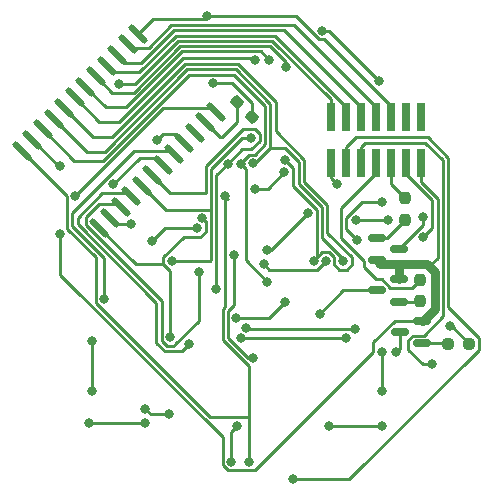
<source format=gbr>
%TF.GenerationSoftware,KiCad,Pcbnew,8.0.5*%
%TF.CreationDate,2025-04-26T14:04:23+02:00*%
%TF.ProjectId,vlvts_top,766c7674-735f-4746-9f70-2e6b69636164,rev?*%
%TF.SameCoordinates,Original*%
%TF.FileFunction,Copper,L1,Top*%
%TF.FilePolarity,Positive*%
%FSLAX46Y46*%
G04 Gerber Fmt 4.6, Leading zero omitted, Abs format (unit mm)*
G04 Created by KiCad (PCBNEW 8.0.5) date 2025-04-26 14:04:23*
%MOMM*%
%LPD*%
G01*
G04 APERTURE LIST*
G04 Aperture macros list*
%AMRoundRect*
0 Rectangle with rounded corners*
0 $1 Rounding radius*
0 $2 $3 $4 $5 $6 $7 $8 $9 X,Y pos of 4 corners*
0 Add a 4 corners polygon primitive as box body*
4,1,4,$2,$3,$4,$5,$6,$7,$8,$9,$2,$3,0*
0 Add four circle primitives for the rounded corners*
1,1,$1+$1,$2,$3*
1,1,$1+$1,$4,$5*
1,1,$1+$1,$6,$7*
1,1,$1+$1,$8,$9*
0 Add four rect primitives between the rounded corners*
20,1,$1+$1,$2,$3,$4,$5,0*
20,1,$1+$1,$4,$5,$6,$7,0*
20,1,$1+$1,$6,$7,$8,$9,0*
20,1,$1+$1,$8,$9,$2,$3,0*%
G04 Aperture macros list end*
%TA.AperFunction,SMDPad,CuDef*%
%ADD10RoundRect,0.237500X-0.237500X0.250000X-0.237500X-0.250000X0.237500X-0.250000X0.237500X0.250000X0*%
%TD*%
%TA.AperFunction,SMDPad,CuDef*%
%ADD11RoundRect,0.237500X0.344715X-0.008839X-0.008839X0.344715X-0.344715X0.008839X0.008839X-0.344715X0*%
%TD*%
%TA.AperFunction,SMDPad,CuDef*%
%ADD12RoundRect,0.150000X0.587500X0.150000X-0.587500X0.150000X-0.587500X-0.150000X0.587500X-0.150000X0*%
%TD*%
%TA.AperFunction,SMDPad,CuDef*%
%ADD13RoundRect,0.237500X0.250000X0.237500X-0.250000X0.237500X-0.250000X-0.237500X0.250000X-0.237500X0*%
%TD*%
%TA.AperFunction,SMDPad,CuDef*%
%ADD14RoundRect,0.137500X-0.707107X0.512652X0.512652X-0.707107X0.707107X-0.512652X-0.512652X0.707107X0*%
%TD*%
%TA.AperFunction,SMDPad,CuDef*%
%ADD15R,0.740000X2.400000*%
%TD*%
%TA.AperFunction,SMDPad,CuDef*%
%ADD16RoundRect,0.150000X-0.587500X-0.150000X0.587500X-0.150000X0.587500X0.150000X-0.587500X0.150000X0*%
%TD*%
%TA.AperFunction,ViaPad*%
%ADD17C,0.800000*%
%TD*%
%TA.AperFunction,Conductor*%
%ADD18C,0.250000*%
%TD*%
%TA.AperFunction,Conductor*%
%ADD19C,0.750000*%
%TD*%
G04 APERTURE END LIST*
D10*
%TO.P,R3,1*%
%TO.N,LEDg1*%
X94750000Y-101837500D03*
%TO.P,R3,2*%
%TO.N,Net-(Q1-G)*%
X94750000Y-103662500D03*
%TD*%
D11*
%TO.P,R2,1*%
%TO.N,GND*%
X80540470Y-88040470D03*
%TO.P,R2,2*%
%TO.N,Net-(U5-REXT)*%
X79250000Y-86750000D03*
%TD*%
D12*
%TO.P,Q3,1,G*%
%TO.N,Net-(Q3-G)*%
X94937500Y-107200000D03*
%TO.P,Q3,2,S*%
%TO.N,VEE*%
X94937500Y-105300000D03*
%TO.P,Q3,3,D*%
%TO.N,Net-(D32-A)*%
X93062500Y-106250000D03*
%TD*%
D10*
%TO.P,R4,1*%
%TO.N,LEDg2*%
X93500000Y-94925000D03*
%TO.P,R4,2*%
%TO.N,Net-(Q2-G)*%
X93500000Y-96750000D03*
%TD*%
D12*
%TO.P,Q1,1,G*%
%TO.N,Net-(Q1-G)*%
X92937500Y-103700000D03*
%TO.P,Q1,2,S*%
%TO.N,VEE*%
X92937500Y-101800000D03*
%TO.P,Q1,3,D*%
%TO.N,Net-(D0-A)*%
X91062500Y-102750000D03*
%TD*%
D13*
%TO.P,R5,1*%
%TO.N,LEDg3*%
X98912500Y-107250000D03*
%TO.P,R5,2*%
%TO.N,Net-(Q3-G)*%
X97087500Y-107250000D03*
%TD*%
D14*
%TO.P,U5,1,GND*%
%TO.N,GND*%
X70901094Y-81022813D03*
%TO.P,U5,2,SDI*%
%TO.N,LED_SDI*%
X70003069Y-81920838D03*
%TO.P,U5,3,CLK*%
%TO.N,LED_CLK*%
X69105043Y-82818864D03*
%TO.P,U5,4,LA/*%
%TO.N,LED_LA*%
X68207017Y-83716889D03*
%TO.P,U5,5,OUT0*%
%TO.N,Net-(D0-K)*%
X67308992Y-84614915D03*
%TO.P,U5,6,OUT1*%
%TO.N,Net-(D1-K)*%
X66410966Y-85512941D03*
%TO.P,U5,7,OUT2*%
%TO.N,Net-(D18-K)*%
X65512941Y-86410966D03*
%TO.P,U5,8,OUT3*%
%TO.N,Net-(D19-K)*%
X64614915Y-87308992D03*
%TO.P,U5,9,OUT4*%
%TO.N,Net-(D20-K)*%
X63716889Y-88207017D03*
%TO.P,U5,10,OUT5*%
%TO.N,Net-(D21-K)*%
X62818864Y-89105043D03*
%TO.P,U5,11,OUT6*%
%TO.N,Net-(D22-K)*%
X61920838Y-90003069D03*
%TO.P,U5,12,OUT7*%
%TO.N,Net-(D23-K)*%
X61022813Y-90901094D03*
%TO.P,U5,13,OUT8*%
%TO.N,Net-(D24-K)*%
X67598906Y-97477187D03*
%TO.P,U5,14,OUT9*%
%TO.N,Net-(D25-K)*%
X68496931Y-96579162D03*
%TO.P,U5,15,OUT10*%
%TO.N,Net-(D10-K)*%
X69394957Y-95681136D03*
%TO.P,U5,16,OUT11*%
%TO.N,Net-(D11-K)*%
X70292983Y-94783111D03*
%TO.P,U5,17,OUT12*%
%TO.N,Net-(D12-K)*%
X71191008Y-93885085D03*
%TO.P,U5,18,OUT13*%
%TO.N,Net-(D13-K)*%
X72089034Y-92987059D03*
%TO.P,U5,19,OUT14*%
%TO.N,Net-(D14-K)*%
X72987059Y-92089034D03*
%TO.P,U5,20,OUT15*%
%TO.N,Net-(D15-K)*%
X73885085Y-91191008D03*
%TO.P,U5,21,OE/*%
%TO.N,LED_OE*%
X74783111Y-90292983D03*
%TO.P,U5,22,SDO*%
%TO.N,unconnected-(U5-SDO-Pad22)*%
X75681136Y-89394957D03*
%TO.P,U5,23,REXT*%
%TO.N,Net-(U5-REXT)*%
X76579162Y-88496931D03*
%TO.P,U5,24,VDD*%
%TO.N,VEE*%
X77477187Y-87598906D03*
%TD*%
D15*
%TO.P,J2,1,Pin_1*%
%TO.N,BTN_L*%
X87190000Y-91950000D03*
%TO.P,J2,2,Pin_2*%
%TO.N,LED_OE*%
X87190000Y-88050000D03*
%TO.P,J2,3,Pin_3*%
%TO.N,BTN_C*%
X88460000Y-91950000D03*
%TO.P,J2,4,Pin_4*%
%TO.N,LED_LA*%
X88460000Y-88050000D03*
%TO.P,J2,5,Pin_5*%
%TO.N,BTN_R*%
X89730000Y-91950000D03*
%TO.P,J2,6,Pin_6*%
%TO.N,LED_CLK*%
X89730000Y-88050000D03*
%TO.P,J2,7,Pin_7*%
%TO.N,LEDg1*%
X91000000Y-91950000D03*
%TO.P,J2,8,Pin_8*%
%TO.N,LED_SDI*%
X91000000Y-88050000D03*
%TO.P,J2,9,Pin_9*%
%TO.N,LEDg2*%
X92270000Y-91950000D03*
%TO.P,J2,10,Pin_10*%
%TO.N,GND*%
X92270000Y-88050000D03*
%TO.P,J2,11,Pin_11*%
%TO.N,LEDg3*%
X93540000Y-91950000D03*
%TO.P,J2,12,Pin_12*%
%TO.N,VDD*%
X93540000Y-88050000D03*
%TO.P,J2,13,Pin_13*%
%TO.N,VEE*%
X94810000Y-91950000D03*
%TO.P,J2,14,Pin_14*%
%TO.N,GND*%
X94810000Y-88050000D03*
%TD*%
D16*
%TO.P,Q2,1,G*%
%TO.N,Net-(Q2-G)*%
X91062500Y-98300000D03*
%TO.P,Q2,2,S*%
%TO.N,VEE*%
X91062500Y-100200000D03*
%TO.P,Q2,3,D*%
%TO.N,Net-(D16-A)*%
X92937500Y-99250000D03*
%TD*%
D17*
%TO.N,Net-(D0-K)*%
X83430898Y-83819102D03*
X91250000Y-85000000D03*
X86487700Y-80762300D03*
%TO.N,Net-(D0-A)*%
X86250000Y-104750000D03*
%TO.N,Net-(D1-K)*%
X89328300Y-96772102D03*
X92024500Y-96750000D03*
X82000000Y-83250000D03*
%TO.N,Net-(D18-K)*%
X83272409Y-92700500D03*
X80750000Y-94149500D03*
X80762300Y-83237700D03*
X72078300Y-98599500D03*
X75849500Y-97500000D03*
%TO.N,Net-(D19-K)*%
X85750000Y-100250000D03*
X83349500Y-103750000D03*
X79200700Y-105100300D03*
X83274500Y-91700902D03*
%TO.N,Net-(D20-K)*%
X80578300Y-91977898D03*
X88250000Y-100250000D03*
%TO.N,Net-(D21-K)*%
X79581050Y-92044959D03*
X81824500Y-102000000D03*
%TO.N,Net-(D22-K)*%
X91500000Y-111250000D03*
X64275000Y-92225000D03*
X91500000Y-107924500D03*
%TO.N,Net-(D23-K)*%
X78250000Y-94750000D03*
X80250000Y-117250000D03*
%TO.N,Net-(D24-K)*%
X76325500Y-96621122D03*
X67000000Y-111250000D03*
X67000000Y-107000000D03*
X73602453Y-106699500D03*
%TO.N,Net-(D25-K)*%
X70250000Y-97150500D03*
%TO.N,Net-(D10-K)*%
X81500688Y-100505305D03*
X89425500Y-98472738D03*
X76000000Y-101150500D03*
X91500000Y-95275500D03*
X86750000Y-100250000D03*
%TO.N,Net-(D11-K)*%
X89250000Y-106000000D03*
X80025500Y-105920943D03*
X75175928Y-107274500D03*
%TO.N,Net-(D12-K)*%
X73750000Y-100250000D03*
X80449799Y-89800201D03*
%TO.N,Net-(D13-K)*%
X78500000Y-92000000D03*
X77500000Y-102599500D03*
%TO.N,Net-(D14-K)*%
X68750000Y-93750000D03*
%TO.N,Net-(D15-K)*%
X88500000Y-106750000D03*
X79550200Y-106800200D03*
X68000000Y-103500000D03*
%TO.N,Net-(D16-A)*%
X95000000Y-96500000D03*
%TO.N,Net-(D32-A)*%
X78750000Y-117250000D03*
X66750000Y-114000000D03*
X87000000Y-114250000D03*
X71500000Y-114000000D03*
X91500000Y-114250000D03*
X79250000Y-114250000D03*
X92750000Y-108000000D03*
%TO.N,BTN_L*%
X80574446Y-108461549D03*
X73500000Y-113250000D03*
X71500000Y-112750000D03*
X79005305Y-99749312D03*
X87750000Y-93750000D03*
X85273536Y-96194433D03*
X81752877Y-99349500D03*
%TO.N,LED_OE*%
X72487701Y-90012299D03*
X69250000Y-85275500D03*
%TO.N,BTN_C*%
X84000000Y-118750000D03*
%TO.N,BTN_R*%
X95750000Y-109000000D03*
%TO.N,GND*%
X76750000Y-79538200D03*
X77250000Y-85224500D03*
%TO.N,LEDg3*%
X95000000Y-98250000D03*
X97250000Y-105750000D03*
%TO.N,VEE*%
X65574500Y-94752476D03*
X64256395Y-98000500D03*
%TD*%
D18*
%TO.N,Net-(D0-K)*%
X87012300Y-80762300D02*
X86487700Y-80762300D01*
X83430898Y-83430898D02*
X83430898Y-83819102D01*
X83000000Y-83000000D02*
X83430898Y-83430898D01*
X74445900Y-82062700D02*
X70508600Y-86000000D01*
X82062700Y-82062700D02*
X74445900Y-82062700D01*
X70508600Y-86000000D02*
X68694077Y-86000000D01*
X68694077Y-86000000D02*
X67308992Y-84614915D01*
X83000000Y-83000000D02*
X82062700Y-82062700D01*
X91250000Y-85000000D02*
X87012300Y-80762300D01*
%TO.N,Net-(D0-A)*%
X88250000Y-102750000D02*
X86250000Y-104750000D01*
X91062500Y-102750000D02*
X88250000Y-102750000D01*
%TO.N,Net-(D1-K)*%
X69894996Y-87250000D02*
X68148025Y-87250000D01*
X91727898Y-96772102D02*
X91750000Y-96750000D01*
X89328300Y-96772102D02*
X91727898Y-96772102D01*
X91750000Y-96750000D02*
X92024500Y-96750000D01*
X68148025Y-87250000D02*
X66410966Y-85512941D01*
X81262700Y-82512700D02*
X74632296Y-82512700D01*
X81262700Y-82512700D02*
X82000000Y-83250000D01*
X74632296Y-82512700D02*
X69894996Y-87250000D01*
%TO.N,Net-(D18-K)*%
X72078300Y-98599500D02*
X73177800Y-97500000D01*
X83272409Y-92727591D02*
X81850500Y-94149500D01*
X67601975Y-88500000D02*
X65512941Y-86410966D01*
X83272409Y-92700500D02*
X83272409Y-92727591D01*
X73177800Y-97500000D02*
X75849500Y-97500000D01*
X69281392Y-88500000D02*
X67601975Y-88500000D01*
X74681392Y-83100000D02*
X69281392Y-88500000D01*
X80624600Y-83100000D02*
X74681392Y-83100000D01*
X80750000Y-94149500D02*
X81850500Y-94149500D01*
X80762300Y-83237700D02*
X80624600Y-83100000D01*
%TO.N,Net-(D19-K)*%
X87050305Y-99525000D02*
X87475000Y-99949695D01*
X84000000Y-93895592D02*
X86000000Y-95895592D01*
X88975000Y-100550305D02*
X88975000Y-99949695D01*
X79322792Y-83550000D02*
X74867788Y-83550000D01*
X84945402Y-93568202D02*
X84945402Y-91710103D01*
X79200700Y-105100300D02*
X81999200Y-105100300D01*
X68667788Y-89750000D02*
X67055923Y-89750000D01*
X81999200Y-105100300D02*
X83349500Y-103750000D01*
X86900000Y-97874695D02*
X86900000Y-95522800D01*
X86000000Y-100000000D02*
X85750000Y-100250000D01*
X85750000Y-100224695D02*
X86449695Y-99525000D01*
X87475000Y-100550305D02*
X87899695Y-100975000D01*
X86449695Y-99525000D02*
X87050305Y-99525000D01*
X82524799Y-89289500D02*
X82524799Y-86752007D01*
X88550305Y-100975000D02*
X88975000Y-100550305D01*
X87899695Y-100975000D02*
X88550305Y-100975000D01*
X85750000Y-100250000D02*
X85750000Y-100224695D01*
X86000000Y-95895592D02*
X86000000Y-100000000D01*
X86900000Y-95522800D02*
X84945402Y-93568202D01*
X88975000Y-99949695D02*
X86900000Y-97874695D01*
X82524799Y-86752007D02*
X79322792Y-83550000D01*
X67055923Y-89750000D02*
X64614915Y-87308992D01*
X83298116Y-91700902D02*
X84000000Y-92402786D01*
X74867788Y-83550000D02*
X68667788Y-89750000D01*
X84000000Y-92402786D02*
X84000000Y-93895592D01*
X83274500Y-91700902D02*
X83298116Y-91700902D01*
X87475000Y-99949695D02*
X87475000Y-100550305D01*
X84945402Y-91710103D02*
X82524799Y-89289500D01*
%TO.N,Net-(D20-K)*%
X84495402Y-93754598D02*
X84495402Y-91896499D01*
X86450000Y-98288299D02*
X88250000Y-100088299D01*
X82074799Y-90675201D02*
X80772102Y-91977898D01*
X80772102Y-91977898D02*
X80578300Y-91977898D01*
X86450000Y-98288299D02*
X86450000Y-95709196D01*
X75054184Y-84000000D02*
X79136396Y-84000000D01*
X88250000Y-100088299D02*
X88250000Y-100250000D01*
X68054184Y-91000000D02*
X75054184Y-84000000D01*
X84495402Y-91896499D02*
X83274104Y-90675201D01*
X66509872Y-91000000D02*
X68054184Y-91000000D01*
X83274104Y-90675201D02*
X82074799Y-90675201D01*
X82074799Y-86938403D02*
X82074799Y-90675201D01*
X79136396Y-84000000D02*
X82074799Y-86938403D01*
X86450000Y-95709196D02*
X84495402Y-93754598D01*
X63716889Y-88207017D02*
X66509872Y-91000000D01*
%TO.N,Net-(D21-K)*%
X79000000Y-84500000D02*
X81624799Y-87124799D01*
X80000000Y-100175500D02*
X81824500Y-102000000D01*
X80747102Y-91252898D02*
X80277995Y-91252898D01*
X79581050Y-91949843D02*
X79581050Y-92044959D01*
X80277995Y-91252898D02*
X79581050Y-91949843D01*
X80000000Y-92463909D02*
X80000000Y-99750000D01*
X67940580Y-91750000D02*
X75190580Y-84500000D01*
X62818864Y-89105043D02*
X65463821Y-91750000D01*
X65463821Y-91750000D02*
X67940580Y-91750000D01*
X75190580Y-84500000D02*
X79000000Y-84500000D01*
X81624799Y-90375201D02*
X80747102Y-91252898D01*
X81624799Y-87124799D02*
X81624799Y-90375201D01*
X79581050Y-92044959D02*
X80000000Y-92463909D01*
X80000000Y-99750000D02*
X80000000Y-100175500D01*
%TO.N,Net-(D22-K)*%
X64142769Y-92225000D02*
X64275000Y-92225000D01*
X91500000Y-108250000D02*
X91500000Y-107924500D01*
X61920838Y-90003069D02*
X64142769Y-92225000D01*
X91500000Y-111250000D02*
X91500000Y-108250000D01*
%TO.N,Net-(D23-K)*%
X64850000Y-94728281D02*
X64850000Y-97509188D01*
X80250000Y-109161702D02*
X80250000Y-113500000D01*
X61022813Y-90901094D02*
X64850000Y-94728281D01*
X80250000Y-117250000D02*
X80250000Y-113500000D01*
X78025700Y-106937401D02*
X80250000Y-109161702D01*
X67275000Y-103800305D02*
X76974695Y-113500000D01*
X67275000Y-99934188D02*
X67275000Y-103800305D01*
X64850000Y-97509188D02*
X67275000Y-99934188D01*
X78500000Y-95000000D02*
X78250000Y-94750000D01*
X78250000Y-104113604D02*
X78025700Y-104337904D01*
X78025700Y-104337904D02*
X78025700Y-106937401D01*
X78250000Y-94750000D02*
X78250000Y-104113604D01*
X76974695Y-113500000D02*
X80250000Y-113500000D01*
X78475700Y-95024300D02*
X78500000Y-95000000D01*
%TO.N,Net-(D24-K)*%
X73025000Y-99949695D02*
X73025000Y-100550305D01*
X76600000Y-96850000D02*
X76600000Y-97774805D01*
X76600000Y-97774805D02*
X76149805Y-98225000D01*
X67000000Y-108000000D02*
X67000000Y-107000000D01*
X73602453Y-101127758D02*
X73602453Y-106699500D01*
X74749695Y-98225000D02*
X73025000Y-99949695D01*
X76149805Y-98225000D02*
X74749695Y-98225000D01*
X76554378Y-96850000D02*
X76600000Y-96850000D01*
X70672024Y-100550305D02*
X73025000Y-100550305D01*
X67598906Y-97477187D02*
X70672024Y-100550305D01*
X67000000Y-111250000D02*
X67000000Y-108000000D01*
X76325500Y-96621122D02*
X76554378Y-96850000D01*
X73025000Y-100550305D02*
X73602453Y-101127758D01*
%TO.N,Net-(D25-K)*%
X68496931Y-96579162D02*
X69068269Y-97150500D01*
X69068269Y-97150500D02*
X70250000Y-97150500D01*
%TO.N,Net-(D10-K)*%
X69000000Y-99750000D02*
X72877453Y-103627453D01*
X69394957Y-95681136D02*
X69123376Y-95409555D01*
X85250000Y-101000000D02*
X81995383Y-101000000D01*
X74038629Y-107288629D02*
X76000000Y-105327258D01*
X72877453Y-106999805D02*
X73302148Y-107424500D01*
X67590445Y-95409555D02*
X66429299Y-96570701D01*
X76000000Y-105327258D02*
X76000000Y-101150500D01*
X69123376Y-95409555D02*
X67590445Y-95409555D01*
X66429299Y-96570701D02*
X66429299Y-97179299D01*
X66429299Y-97179299D02*
X69000000Y-99750000D01*
X73302148Y-107424500D02*
X73902758Y-107424500D01*
X88500000Y-97547238D02*
X89425500Y-98472738D01*
X86025305Y-101000000D02*
X85250000Y-101000000D01*
X73902758Y-107424500D02*
X74038629Y-107288629D01*
X88500000Y-96575097D02*
X88500000Y-97547238D01*
X89799597Y-95275500D02*
X88500000Y-96575097D01*
X81995383Y-101000000D02*
X81500688Y-100505305D01*
X91500000Y-95275500D02*
X89799597Y-95275500D01*
X72877453Y-106750000D02*
X72877453Y-106999805D01*
X86750000Y-100275305D02*
X86025305Y-101000000D01*
X72877453Y-103627453D02*
X72877453Y-106750000D01*
X86750000Y-100250000D02*
X86750000Y-100275305D01*
%TO.N,Net-(D11-K)*%
X67852075Y-94511529D02*
X70021401Y-94511529D01*
X75175928Y-107274500D02*
X74575928Y-107874500D01*
X70021401Y-94511529D02*
X70292983Y-94783111D01*
X73115752Y-107874500D02*
X72427453Y-107186201D01*
X65750000Y-97136396D02*
X65750000Y-96613604D01*
X89250000Y-106000000D02*
X80104557Y-106000000D01*
X65750000Y-96613604D02*
X67852075Y-94511529D01*
X74575928Y-107874500D02*
X73115752Y-107874500D01*
X72427453Y-107186201D02*
X72427453Y-103813849D01*
X72427453Y-103813849D02*
X65750000Y-97136396D01*
X80104557Y-106000000D02*
X80025500Y-105920943D01*
%TO.N,Net-(D12-K)*%
X79674494Y-89800201D02*
X80449799Y-89800201D01*
X77050000Y-94750000D02*
X77050000Y-92424695D01*
X73750000Y-100250000D02*
X77000000Y-100250000D01*
X73202045Y-95896122D02*
X76953878Y-95896122D01*
X77050000Y-92424695D02*
X78112348Y-91362347D01*
X76953878Y-95896122D02*
X77050000Y-95800000D01*
X77050000Y-100200000D02*
X77050000Y-95800000D01*
X77050000Y-95800000D02*
X77050000Y-94750000D01*
X71191008Y-93885085D02*
X73202045Y-95896122D01*
X77000000Y-100250000D02*
X77050000Y-100200000D01*
X78112348Y-91362347D02*
X79674494Y-89800201D01*
%TO.N,Net-(D13-K)*%
X72089034Y-92987059D02*
X73601975Y-94500000D01*
X80472407Y-90802898D02*
X79697102Y-90802898D01*
X81174799Y-89499896D02*
X81174799Y-90100506D01*
X73601975Y-94500000D02*
X76600000Y-94500000D01*
X78500000Y-92000000D02*
X77500000Y-93000000D01*
X80750104Y-89075201D02*
X81174799Y-89499896D01*
X79697102Y-90802898D02*
X78500000Y-92000000D01*
X76600000Y-92238299D02*
X79763098Y-89075201D01*
X76600000Y-94500000D02*
X76600000Y-92238299D01*
X77500000Y-93000000D02*
X77500000Y-102599500D01*
X81174799Y-90100506D02*
X80472407Y-90802898D01*
X79763098Y-89075201D02*
X80750104Y-89075201D01*
%TO.N,Net-(D14-K)*%
X72987059Y-92089034D02*
X72398025Y-91500000D01*
X72398025Y-91500000D02*
X71000000Y-91500000D01*
X71000000Y-91500000D02*
X68750000Y-93750000D01*
%TO.N,Net-(D15-K)*%
X67613604Y-99636396D02*
X68000000Y-100022792D01*
X73885085Y-91191008D02*
X73613504Y-90919427D01*
X65300000Y-96174695D02*
X65300000Y-97322792D01*
X65300000Y-97322792D02*
X67613604Y-99636396D01*
X70555268Y-90919427D02*
X65300000Y-96174695D01*
X88500000Y-106750000D02*
X79600400Y-106750000D01*
X79600400Y-106750000D02*
X79550200Y-106800200D01*
X68000000Y-100022792D02*
X68000000Y-103500000D01*
X73613504Y-90919427D02*
X70555268Y-90919427D01*
%TO.N,Net-(D16-A)*%
X95000000Y-97187500D02*
X95000000Y-96500000D01*
X92937500Y-99250000D02*
X95000000Y-97187500D01*
%TO.N,Net-(D32-A)*%
X78750000Y-114750000D02*
X79250000Y-114250000D01*
X93062500Y-107687500D02*
X92750000Y-108000000D01*
X91500000Y-114250000D02*
X87000000Y-114250000D01*
X66750000Y-114000000D02*
X71500000Y-114000000D01*
X78750000Y-117250000D02*
X78750000Y-114750000D01*
X93062500Y-106250000D02*
X93062500Y-107687500D01*
%TO.N,BTN_L*%
X78475700Y-104524300D02*
X78475700Y-106751005D01*
X79005305Y-99749312D02*
X79005305Y-103994695D01*
X87190000Y-91950000D02*
X87190000Y-93190000D01*
X82118469Y-99349500D02*
X81752877Y-99349500D01*
X73500000Y-113250000D02*
X72000000Y-113250000D01*
X72000000Y-113250000D02*
X71500000Y-112750000D01*
X85273536Y-96194433D02*
X82118469Y-99349500D01*
X79005305Y-103994695D02*
X78475700Y-104524300D01*
X80186244Y-108461549D02*
X80574446Y-108461549D01*
X87190000Y-93190000D02*
X87750000Y-93750000D01*
X78475700Y-106751005D02*
X80186244Y-108461549D01*
%TO.N,LED_OE*%
X70596704Y-85275500D02*
X74259504Y-81612700D01*
X73000000Y-89500000D02*
X73990128Y-89500000D01*
X69250000Y-85275500D02*
X70596704Y-85275500D01*
X72487701Y-90012299D02*
X73000000Y-89500000D01*
X74259504Y-81612700D02*
X82249096Y-81612700D01*
X87190000Y-86553604D02*
X87190000Y-88050000D01*
X82249096Y-81612700D02*
X87190000Y-86553604D01*
X73990128Y-89500000D02*
X74783111Y-90292983D01*
%TO.N,BTN_C*%
X88460000Y-91950000D02*
X88460000Y-90610000D01*
X88750000Y-118750000D02*
X84000000Y-118750000D01*
X99750000Y-106750000D02*
X99750000Y-107750000D01*
X89295000Y-89775000D02*
X95381396Y-89775000D01*
X88460000Y-90610000D02*
X89295000Y-89775000D01*
X97150000Y-104150000D02*
X99750000Y-106750000D01*
X95381396Y-89775000D02*
X97150000Y-91543604D01*
X97150000Y-91543604D02*
X97150000Y-104150000D01*
X99750000Y-107750000D02*
X88750000Y-118750000D01*
%TO.N,LED_LA*%
X70963194Y-84272614D02*
X68762742Y-84272614D01*
X88460000Y-88050000D02*
X88460000Y-87187208D01*
X74073108Y-81162700D02*
X70963194Y-84272614D01*
X68762742Y-84272614D02*
X68207017Y-83716889D01*
X82435492Y-81162700D02*
X74073108Y-81162700D01*
X88460000Y-87187208D02*
X82435492Y-81162700D01*
%TO.N,BTN_R*%
X95000000Y-109000000D02*
X95750000Y-109000000D01*
X95195000Y-90225000D02*
X96700000Y-91730000D01*
X93750000Y-107750000D02*
X95000000Y-109000000D01*
X96700000Y-91730000D02*
X96700000Y-104946751D01*
X93750000Y-106978249D02*
X93750000Y-107750000D01*
X90115000Y-90225000D02*
X95195000Y-90225000D01*
X94153249Y-106575000D02*
X93750000Y-106978249D01*
X96700000Y-104946751D02*
X95071751Y-106575000D01*
X89730000Y-90610000D02*
X90115000Y-90225000D01*
X89730000Y-91950000D02*
X89730000Y-90610000D01*
X95071751Y-106575000D02*
X94153249Y-106575000D01*
%TO.N,LED_CLK*%
X89730000Y-87210000D02*
X83232700Y-80712700D01*
X83232700Y-80712700D02*
X73886712Y-80712700D01*
X73886712Y-80712700D02*
X71144996Y-83454416D01*
X89730000Y-88050000D02*
X89730000Y-87210000D01*
X71144996Y-83454416D02*
X69740595Y-83454416D01*
X69740595Y-83454416D02*
X69105043Y-82818864D01*
%TO.N,LEDg1*%
X92221751Y-102500000D02*
X91500000Y-101778249D01*
X91000000Y-92780000D02*
X88050000Y-95730000D01*
X94087500Y-102500000D02*
X92221751Y-102500000D01*
X90000000Y-100250000D02*
X90000000Y-100750000D01*
X90000000Y-100750000D02*
X91000000Y-101750000D01*
X88050000Y-95730000D02*
X88050000Y-98300000D01*
X94750000Y-101837500D02*
X94087500Y-102500000D01*
X91000000Y-91950000D02*
X91000000Y-92780000D01*
X91000000Y-101750000D02*
X91500000Y-101750000D01*
X88050000Y-98300000D02*
X90000000Y-100250000D01*
X91500000Y-101778249D02*
X91500000Y-101750000D01*
%TO.N,LED_SDI*%
X71770596Y-82192420D02*
X70274651Y-82192420D01*
X91000000Y-87210000D02*
X84052700Y-80262700D01*
X91000000Y-88050000D02*
X91000000Y-87210000D01*
X70274651Y-82192420D02*
X70003069Y-81920838D01*
X84052700Y-80262700D02*
X73700316Y-80262700D01*
X73700316Y-80262700D02*
X71770596Y-82192420D01*
%TO.N,LEDg2*%
X92270000Y-91950000D02*
X92270000Y-93695000D01*
X92270000Y-93695000D02*
X93500000Y-94925000D01*
%TO.N,GND*%
X76538200Y-79750000D02*
X76750000Y-79538200D01*
X80540470Y-86909098D02*
X80540470Y-88040470D01*
X86187395Y-81487300D02*
X84238295Y-79538200D01*
X78855872Y-85224500D02*
X80540470Y-86909098D01*
X92270000Y-88050000D02*
X92270000Y-87100000D01*
X77250000Y-85224500D02*
X78855872Y-85224500D01*
X73250000Y-79750000D02*
X76538200Y-79750000D01*
X70901094Y-81022813D02*
X72173907Y-79750000D01*
X86657300Y-81487300D02*
X86187395Y-81487300D01*
X72173907Y-79750000D02*
X73250000Y-79750000D01*
X92270000Y-87100000D02*
X86657300Y-81487300D01*
X76750000Y-79538200D02*
X84238295Y-79538200D01*
%TO.N,LEDg3*%
X93540000Y-91950000D02*
X93540000Y-92890000D01*
X95750000Y-97500000D02*
X95000000Y-98250000D01*
X95750000Y-95100000D02*
X95750000Y-97500000D01*
X93540000Y-92890000D02*
X95750000Y-95100000D01*
X97250000Y-105750000D02*
X97412500Y-105750000D01*
X97412500Y-105750000D02*
X98912500Y-107250000D01*
D19*
%TO.N,VEE*%
X95331891Y-100500000D02*
X93000000Y-100500000D01*
D18*
X78449695Y-117975000D02*
X80775000Y-117975000D01*
X77477187Y-87598906D02*
X77205605Y-87327324D01*
X80775000Y-117975000D02*
X90775000Y-107975000D01*
X77205605Y-87327324D02*
X72999652Y-87327324D01*
X78025000Y-115186701D02*
X78025000Y-117550305D01*
X96250000Y-94963604D02*
X96250000Y-100000000D01*
X72999652Y-87327324D02*
X65574500Y-94752476D01*
X94810000Y-93523604D02*
X96250000Y-94963604D01*
X96250000Y-100000000D02*
X95540946Y-100709054D01*
D19*
X95540946Y-100709054D02*
X95331891Y-100500000D01*
D18*
X92603249Y-105300000D02*
X94937500Y-105300000D01*
D19*
X92937500Y-101800000D02*
X92937500Y-100562500D01*
D18*
X94810000Y-91950000D02*
X94810000Y-93523604D01*
X90775000Y-107975000D02*
X90775000Y-107128249D01*
D19*
X93000000Y-100500000D02*
X91362500Y-100500000D01*
X95031891Y-105300000D02*
X96000000Y-104331891D01*
X96000000Y-104331891D02*
X96000000Y-101168109D01*
D18*
X64256395Y-101418096D02*
X78025000Y-115186701D01*
D19*
X92937500Y-100562500D02*
X93000000Y-100500000D01*
D18*
X78025000Y-117550305D02*
X78449695Y-117975000D01*
X90775000Y-107128249D02*
X92603249Y-105300000D01*
D19*
X91362500Y-100500000D02*
X91062500Y-100200000D01*
D18*
X64256395Y-98000500D02*
X64256395Y-101418096D01*
D19*
X96000000Y-101168109D02*
X95540946Y-100709054D01*
X94937500Y-105300000D02*
X95031891Y-105300000D01*
D18*
%TO.N,Net-(Q1-G)*%
X92937500Y-103700000D02*
X94712500Y-103700000D01*
X94712500Y-103700000D02*
X94750000Y-103662500D01*
%TO.N,Net-(Q2-G)*%
X91950000Y-98300000D02*
X93500000Y-96750000D01*
X91062500Y-98300000D02*
X91950000Y-98300000D01*
%TO.N,Net-(Q3-G)*%
X94937500Y-107200000D02*
X97037500Y-107200000D01*
X97037500Y-107200000D02*
X97087500Y-107250000D01*
%TO.N,Net-(U5-REXT)*%
X79250000Y-88500000D02*
X79250000Y-86750000D01*
X76579162Y-88496931D02*
X77832231Y-89750000D01*
X77832231Y-89750000D02*
X78000000Y-89750000D01*
X78000000Y-89750000D02*
X79250000Y-88500000D01*
%TD*%
M02*

</source>
